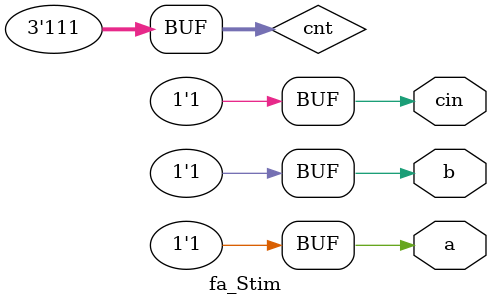
<source format=v>
module fa_Stim(output a, b, cin); 

    parameter delay = 100;

    // Used for creating three-input binary test 
    reg [2:0] cnt;

    initial begin
        cnt = 0;
        // repeat (8) means do the function 8 times
        // Similar: for(i=0; i < 8; i++) 
		repeat (7) begin
			#delay cnt=cnt+1;
        end
    end

    assign {a,b,cin} = cnt;

endmodule
</source>
